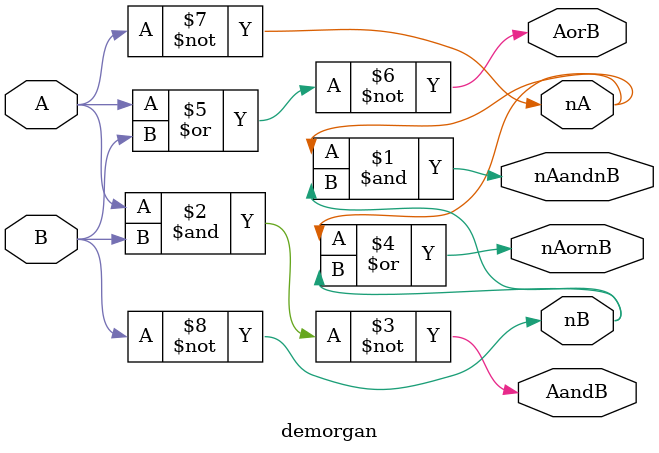
<source format=v>

module demorgan

(
input A,	//single bit inputs
input B, 
output nA,	//output intermediate to completment inputs
output nB,
output nAandnB,	//single bit output (~A)*(~B)
output nAornB,	//single bit output (~A + ~B) 
output AandB,	//single bit output ~(A*B)
output AorB	//single bit output ~(A + B)
);

wire nA;
wire nB;
not Ainv(nA, A);
not Binv(nB, B);
and andgate(nAandnB, nA, nB);
nand nandgate(AandB, A, B); 
or orgate(nAornB, nA, nB);
nor norgate(AorB, A, B);

endmodule




</source>
